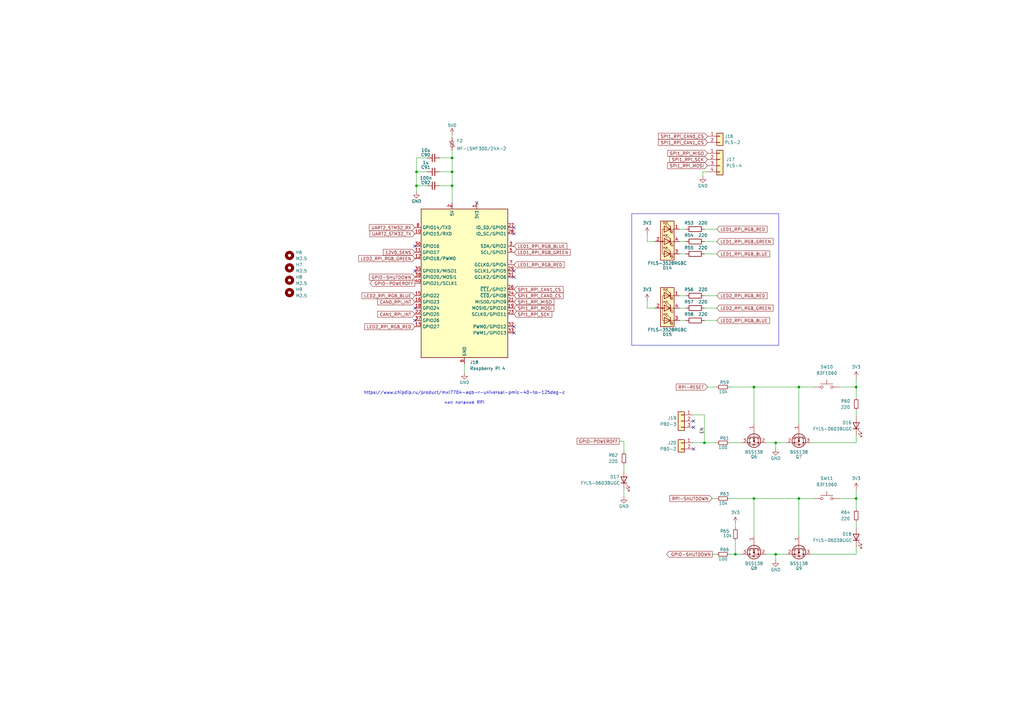
<source format=kicad_sch>
(kicad_sch (version 20231120) (generator "eeschema") (generator_version "8.0")
  (paper "A3")
  (lib_symbols
    (symbol "Connector:Raspberry_Pi_2_3"
      (property "Reference" "J" (at -17.78 31.75 0))
      (property "Value" "Raspberry_Pi_2_3" (at 10.16 -31.75 0))
      (symbol "Raspberry_Pi_2_3_0_1"
        (rectangle (start -17.78 30.48) (end 17.78 -30.48) (stroke (width 0.254)) (fill (type background)))
      )
      (symbol "Raspberry_Pi_2_3_1_1"
        (pin power_in line (at 5.08 33.02 270) (length 2.54) (name "3V3") (number "1"))
        (pin bidirectional line (at -20.32 20.32 0) (length 2.54) (name "GPIO15/RXD") (number "10"))
        (pin bidirectional line (at -20.32 12.7 0) (length 2.54) (name "GPIO17") (number "11"))
        (pin bidirectional line (at -20.32 10.16 0) (length 2.54) (name "GPIO18/PWM0") (number "12"))
        (pin bidirectional line (at -20.32 -17.78 0) (length 2.54) (name "GPIO27") (number "13"))
        (pin passive line (at 0 -33.02 90) (length 2.54) hide (name "GND") (number "14"))
        (pin bidirectional line (at -20.32 -5.08 0) (length 2.54) (name "GPIO22") (number "15"))
        (pin bidirectional line (at -20.32 -7.62 0) (length 2.54) (name "GPIO23") (number "16"))
        (pin passive line (at 5.08 33.02 270) (length 2.54) hide (name "3V3") (number "17"))
        (pin bidirectional line (at -20.32 -10.16 0) (length 2.54) (name "GPIO24") (number "18"))
        (pin bidirectional line (at 20.32 -10.16 180) (length 2.54) (name "MOSI0/GPIO10") (number "19"))
        (pin power_in line (at -5.08 33.02 270) (length 2.54) (name "5V") (number "2"))
        (pin passive line (at 0 -33.02 90) (length 2.54) hide (name "GND") (number "20"))
        (pin bidirectional line (at 20.32 -7.62 180) (length 2.54) (name "MISO0/GPIO9") (number "21"))
        (pin bidirectional line (at -20.32 -12.7 0) (length 2.54) (name "GPIO25") (number "22"))
        (pin bidirectional line (at 20.32 -12.7 180) (length 2.54) (name "SCLK0/GPIO11") (number "23"))
        (pin bidirectional line (at 20.32 -5.08 180) (length 2.54) (name "~{CE0}/GPIO8") (number "24"))
        (pin passive line (at 0 -33.02 90) (length 2.54) hide (name "GND") (number "25"))
        (pin bidirectional line (at 20.32 -2.54 180) (length 2.54) (name "~{CE1}/GPIO7") (number "26"))
        (pin bidirectional line (at 20.32 22.86 180) (length 2.54) (name "ID_SD/GPIO0") (number "27"))
        (pin bidirectional line (at 20.32 20.32 180) (length 2.54) (name "ID_SC/GPIO1") (number "28"))
        (pin bidirectional line (at 20.32 5.08 180) (length 2.54) (name "GCLK1/GPIO5") (number "29"))
        (pin bidirectional line (at 20.32 15.24 180) (length 2.54) (name "SDA/GPIO2") (number "3"))
        (pin passive line (at 0 -33.02 90) (length 2.54) hide (name "GND") (number "30"))
        (pin bidirectional line (at 20.32 2.54 180) (length 2.54) (name "GCLK2/GPIO6") (number "31"))
        (pin bidirectional line (at 20.32 -17.78 180) (length 2.54) (name "PWM0/GPIO12") (number "32"))
        (pin bidirectional line (at 20.32 -20.32 180) (length 2.54) (name "PWM1/GPIO13") (number "33"))
        (pin passive line (at 0 -33.02 90) (length 2.54) hide (name "GND") (number "34"))
        (pin bidirectional line (at -20.32 5.08 0) (length 2.54) (name "GPIO19/MISO1") (number "35"))
        (pin bidirectional line (at -20.32 15.24 0) (length 2.54) (name "GPIO16") (number "36"))
        (pin bidirectional line (at -20.32 -15.24 0) (length 2.54) (name "GPIO26") (number "37"))
        (pin bidirectional line (at -20.32 2.54 0) (length 2.54) (name "GPIO20/MOSI1") (number "38"))
        (pin passive line (at 0 -33.02 90) (length 2.54) hide (name "GND") (number "39"))
        (pin passive line (at -5.08 33.02 270) (length 2.54) hide (name "5V") (number "4"))
        (pin bidirectional line (at -20.32 0 0) (length 2.54) (name "GPIO21/SCLK1") (number "40"))
        (pin bidirectional line (at 20.32 12.7 180) (length 2.54) (name "SCL/GPIO3") (number "5"))
        (pin power_in line (at 0 -33.02 90) (length 2.54) (name "GND") (number "6"))
        (pin bidirectional line (at 20.32 7.62 180) (length 2.54) (name "GCLK0/GPIO4") (number "7"))
        (pin bidirectional line (at -20.32 22.86 0) (length 2.54) (name "GPIO14/TXD") (number "8"))
        (pin passive line (at 0 -33.02 90) (length 2.54) hide (name "GND") (number "9"))
      )
    )
    (symbol "Connector_Generic:Conn_01x02" (pin_names (offset 1.016) hide)
      (property "Reference" "J" (at 0 2.54 0))
      (property "Value" "Conn_01x02" (at 0 -5.08 0))
      (symbol "Conn_01x02_1_1"
        (rectangle (start -1.27 -2.413) (end 0 -2.667) (stroke (width 0.1524)))
        (rectangle (start -1.27 0.127) (end 0 -0.127) (stroke (width 0.1524)))
        (rectangle (start -1.27 1.27) (end 1.27 -3.81) (stroke (width 0.254)) (fill (type background)))
        (pin passive line (at -5.08 0 0) (length 3.81) (name "Pin_1") (number "1"))
        (pin passive line (at -5.08 -2.54 0) (length 3.81) (name "Pin_2") (number "2"))
      )
    )
    (symbol "Connector_Generic:Conn_01x03" (pin_names (offset 1.016) hide)
      (property "Reference" "J" (at 0 5.08 0))
      (property "Value" "Conn_01x03" (at 0 -5.08 0))
      (symbol "Conn_01x03_1_1"
        (rectangle (start -1.27 -2.413) (end 0 -2.667) (stroke (width 0.1524)))
        (rectangle (start -1.27 0.127) (end 0 -0.127) (stroke (width 0.1524)))
        (rectangle (start -1.27 2.667) (end 0 2.413) (stroke (width 0.1524)))
        (rectangle (start -1.27 3.81) (end 1.27 -3.81) (stroke (width 0.254)) (fill (type background)))
        (pin passive line (at -5.08 2.54 0) (length 3.81) (name "Pin_1") (number "1"))
        (pin passive line (at -5.08 0 0) (length 3.81) (name "Pin_2") (number "2"))
        (pin passive line (at -5.08 -2.54 0) (length 3.81) (name "Pin_3") (number "3"))
      )
    )
    (symbol "Connector_Generic:Conn_01x04" (pin_names (offset 1.016) hide)
      (property "Reference" "J" (at 0 5.08 0))
      (property "Value" "Conn_01x04" (at 0 -7.62 0))
      (symbol "Conn_01x04_1_1"
        (rectangle (start -1.27 -4.953) (end 0 -5.207) (stroke (width 0.1524)))
        (rectangle (start -1.27 -2.413) (end 0 -2.667) (stroke (width 0.1524)))
        (rectangle (start -1.27 0.127) (end 0 -0.127) (stroke (width 0.1524)))
        (rectangle (start -1.27 2.667) (end 0 2.413) (stroke (width 0.1524)))
        (rectangle (start -1.27 3.81) (end 1.27 -6.35) (stroke (width 0.254)) (fill (type background)))
        (pin passive line (at -5.08 2.54 0) (length 3.81) (name "Pin_1") (number "1"))
        (pin passive line (at -5.08 0 0) (length 3.81) (name "Pin_2") (number "2"))
        (pin passive line (at -5.08 -2.54 0) (length 3.81) (name "Pin_3") (number "3"))
        (pin passive line (at -5.08 -5.08 0) (length 3.81) (name "Pin_4") (number "4"))
      )
    )
    (symbol "Device:C_Small" (pin_numbers hide) (pin_names (offset 0.254) hide)
      (property "Reference" "C" (at 0.254 1.778 0))
      (property "Value" "C_Small" (at 0.254 -2.032 0))
      (symbol "C_Small_0_1"
        (polyline (pts (xy -1.524 -0.508) (xy 1.524 -0.508)) (stroke (width 0.3302)))
        (polyline (pts (xy -1.524 0.508) (xy 1.524 0.508)) (stroke (width 0.3048)))
      )
      (symbol "C_Small_1_1"
        (pin passive line (at 0 2.54 270) (length 2.032) (name "~") (number "1"))
        (pin passive line (at 0 -2.54 90) (length 2.032) (name "~") (number "2"))
      )
    )
    (symbol "Device:LED" (pin_numbers hide) (pin_names (offset 1.016) hide)
      (property "Reference" "D" (at 0 2.54 0))
      (property "Value" "LED" (at 0 -2.54 0))
      (symbol "LED_0_1"
        (polyline (pts (xy -1.27 -1.27) (xy -1.27 1.27)) (stroke (width 0.254)))
        (polyline (pts (xy -1.27 0) (xy 1.27 0)))
        (polyline (pts (xy 1.27 -1.27) (xy 1.27 1.27) (xy -1.27 0) (xy 1.27 -1.27)) (stroke (width 0.254)))
        (polyline (pts (xy -3.048 -0.762) (xy -4.572 -2.286) (xy -3.81 -2.286) (xy -4.572 -2.286) (xy -4.572 -1.524)))
        (polyline (pts (xy -1.778 -0.762) (xy -3.302 -2.286) (xy -2.54 -2.286) (xy -3.302 -2.286) (xy -3.302 -1.524)))
      )
      (symbol "LED_1_1"
        (pin passive line (at -3.81 0 0) (length 2.54) (name "K") (number "1"))
        (pin passive line (at 3.81 0 180) (length 2.54) (name "A") (number "2"))
      )
    )
    (symbol "Device:LED_RGBA" (pin_names (offset 0) hide)
      (property "Reference" "D1" (at 0 -10.795 0))
      (property "Value" "LED_RGBA" (at 0 -8.89 0))
      (symbol "LED_RGBA_0_0"
        (text "B" (at -1.905 -6.35 0) (effects (font (size 1.27 1.27))))
        (text "G" (at -1.905 -1.27 0) (effects (font (size 1.27 1.27))))
        (text "R" (at -1.905 3.81 0) (effects (font (size 1.27 1.27))))
      )
      (symbol "LED_RGBA_0_1"
        (polyline (pts (xy -1.27 -5.08) (xy -2.54 -5.08)))
        (polyline (pts (xy -1.27 -5.08) (xy 1.27 -5.08)))
        (polyline (pts (xy -1.27 -3.81) (xy -1.27 -6.35)) (stroke (width 0.254)))
        (polyline (pts (xy -1.27 0) (xy -2.54 0)))
        (polyline (pts (xy -1.27 1.27) (xy -1.27 -1.27)) (stroke (width 0.254)))
        (polyline (pts (xy -1.27 5.08) (xy -2.54 5.08)))
        (polyline (pts (xy -1.27 5.08) (xy 1.27 5.08)))
        (polyline (pts (xy -1.27 6.35) (xy -1.27 3.81)) (stroke (width 0.254)))
        (polyline (pts (xy 1.27 0) (xy -1.27 0)))
        (polyline (pts (xy 1.27 0) (xy 2.54 0)))
        (polyline (pts (xy -1.27 1.27) (xy -1.27 -1.27) (xy -1.27 -1.27)))
        (polyline (pts (xy -1.27 6.35) (xy -1.27 3.81) (xy -1.27 3.81)))
        (polyline (pts (xy 1.27 -5.08) (xy 2.032 -5.08) (xy 2.032 5.08) (xy 1.27 5.08)))
        (polyline (pts (xy 1.27 -3.81) (xy 1.27 -6.35) (xy -1.27 -5.08) (xy 1.27 -3.81)) (stroke (width 0.254)))
        (polyline (pts (xy 1.27 1.27) (xy 1.27 -1.27) (xy -1.27 0) (xy 1.27 1.27)) (stroke (width 0.254)))
        (polyline (pts (xy 1.27 6.35) (xy 1.27 3.81) (xy -1.27 5.08) (xy 1.27 6.35)) (stroke (width 0.254)))
        (polyline (pts (xy -1.016 -3.81) (xy 0.508 -2.286) (xy -0.254 -2.286) (xy 0.508 -2.286) (xy 0.508 -3.048)))
        (polyline (pts (xy -1.016 1.27) (xy 0.508 2.794) (xy -0.254 2.794) (xy 0.508 2.794) (xy 0.508 2.032)))
        (polyline (pts (xy -1.016 6.35) (xy 0.508 7.874) (xy -0.254 7.874) (xy 0.508 7.874) (xy 0.508 7.112)))
        (polyline (pts (xy 0 -3.81) (xy 1.524 -2.286) (xy 0.762 -2.286) (xy 1.524 -2.286) (xy 1.524 -3.048)))
        (polyline (pts (xy 0 1.27) (xy 1.524 2.794) (xy 0.762 2.794) (xy 1.524 2.794) (xy 1.524 2.032)))
        (polyline (pts (xy 0 6.35) (xy 1.524 7.874) (xy 0.762 7.874) (xy 1.524 7.874) (xy 1.524 7.112)))
        (rectangle (start 1.27 -1.27) (end 1.27 1.27))
        (rectangle (start 1.27 1.27) (end 1.27 1.27))
        (rectangle (start 1.27 3.81) (end 1.27 6.35))
        (rectangle (start 1.27 6.35) (end 1.27 6.35))
        (circle (center 2.032 0) (radius 0.254) (fill (type outline)))
        (rectangle (start 2.794 8.382) (end -2.794 -7.62) (stroke (width 0.254)) (fill (type background)))
      )
      (symbol "LED_RGBA_1_1"
        (pin passive line (at -5.08 5.08 0) (length 2.54) (name "RK") (number "1"))
        (pin passive line (at 5.08 0 180) (length 2.54) (name "A") (number "2"))
        (pin passive line (at -5.08 -5.08 0) (length 2.54) (name "BK") (number "3"))
        (pin passive line (at -5.08 0 0) (length 2.54) (name "GK") (number "4"))
      )
    )
    (symbol "Device:Polyfuse_Small" (pin_numbers hide) (pin_names (offset 0))
      (property "Reference" "F" (at -1.905 0 90))
      (property "Value" "Polyfuse_Small" (at 1.905 0 90))
      (symbol "Polyfuse_Small_0_1"
        (rectangle (start -0.508 1.27) (end 0.508 -1.27))
        (polyline (pts (xy 0 2.54) (xy 0 -2.54)))
        (polyline (pts (xy -1.016 1.27) (xy -1.016 0.762) (xy 1.016 -0.762) (xy 1.016 -1.27)))
      )
      (symbol "Polyfuse_Small_1_1"
        (pin passive line (at 0 2.54 270) (length 0.635) (name "~") (number "1"))
        (pin passive line (at 0 -2.54 90) (length 0.635) (name "~") (number "2"))
      )
    )
    (symbol "Device:R" (pin_numbers hide) (pin_names (offset 0))
      (property "Reference" "R" (at 2.032 0 90))
      (property "Value" "R" (at 0 0 90))
      (symbol "R_0_1"
        (rectangle (start -1.016 -2.54) (end 1.016 2.54) (stroke (width 0.254)))
      )
      (symbol "R_1_1"
        (pin passive line (at 0 3.81 270) (length 1.27) (name "~") (number "1"))
        (pin passive line (at 0 -3.81 90) (length 1.27) (name "~") (number "2"))
      )
    )
    (symbol "Device:R_Small" (pin_numbers hide) (pin_names (offset 0.254) hide)
      (property "Reference" "R" (at 0.762 0.508 0))
      (property "Value" "R_Small" (at 0.762 -1.016 0))
      (symbol "R_Small_0_1"
        (rectangle (start -0.762 1.778) (end 0.762 -1.778) (stroke (width 0.2032)))
      )
      (symbol "R_Small_1_1"
        (pin passive line (at 0 2.54 270) (length 0.762) (name "~") (number "1"))
        (pin passive line (at 0 -2.54 90) (length 0.762) (name "~") (number "2"))
      )
    )
    (symbol "LED_RGBA_1" (pin_names (offset 0) hide)
      (property "Reference" "D8" (at 0 -10.795 0))
      (property "Value" "LED_RGBA" (at 0 -8.89 0))
      (symbol "LED_RGBA_1_0_0"
        (text "B" (at -1.905 -6.35 0) (effects (font (size 1.27 1.27))))
        (text "G" (at -1.905 -1.27 0) (effects (font (size 1.27 1.27))))
        (text "R" (at -1.905 3.81 0) (effects (font (size 1.27 1.27))))
      )
      (symbol "LED_RGBA_1_0_1"
        (polyline (pts (xy -1.27 -5.08) (xy -2.54 -5.08)))
        (polyline (pts (xy -1.27 -5.08) (xy 1.27 -5.08)))
        (polyline (pts (xy -1.27 -3.81) (xy -1.27 -6.35)) (stroke (width 0.254)))
        (polyline (pts (xy -1.27 0) (xy -2.54 0)))
        (polyline (pts (xy -1.27 1.27) (xy -1.27 -1.27)) (stroke (width 0.254)))
        (polyline (pts (xy -1.27 5.08) (xy -2.54 5.08)))
        (polyline (pts (xy -1.27 5.08) (xy 1.27 5.08)))
        (polyline (pts (xy -1.27 6.35) (xy -1.27 3.81)) (stroke (width 0.254)))
        (polyline (pts (xy 1.27 0) (xy -1.27 0)))
        (polyline (pts (xy 1.27 0) (xy 2.54 0)))
        (polyline (pts (xy -1.27 1.27) (xy -1.27 -1.27) (xy -1.27 -1.27)))
        (polyline (pts (xy -1.27 6.35) (xy -1.27 3.81) (xy -1.27 3.81)))
        (polyline (pts (xy 1.27 -5.08) (xy 2.032 -5.08) (xy 2.032 5.08) (xy 1.27 5.08)))
        (polyline (pts (xy 1.27 -3.81) (xy 1.27 -6.35) (xy -1.27 -5.08) (xy 1.27 -3.81)) (stroke (width 0.254)))
        (polyline (pts (xy 1.27 1.27) (xy 1.27 -1.27) (xy -1.27 0) (xy 1.27 1.27)) (stroke (width 0.254)))
        (polyline (pts (xy 1.27 6.35) (xy 1.27 3.81) (xy -1.27 5.08) (xy 1.27 6.35)) (stroke (width 0.254)))
        (polyline (pts (xy -1.016 -3.81) (xy 0.508 -2.286) (xy -0.254 -2.286) (xy 0.508 -2.286) (xy 0.508 -3.048)))
        (polyline (pts (xy -1.016 1.27) (xy 0.508 2.794) (xy -0.254 2.794) (xy 0.508 2.794) (xy 0.508 2.032)))
        (polyline (pts (xy -1.016 6.35) (xy 0.508 7.874) (xy -0.254 7.874) (xy 0.508 7.874) (xy 0.508 7.112)))
        (polyline (pts (xy 0 -3.81) (xy 1.524 -2.286) (xy 0.762 -2.286) (xy 1.524 -2.286) (xy 1.524 -3.048)))
        (polyline (pts (xy 0 1.27) (xy 1.524 2.794) (xy 0.762 2.794) (xy 1.524 2.794) (xy 1.524 2.032)))
        (polyline (pts (xy 0 6.35) (xy 1.524 7.874) (xy 0.762 7.874) (xy 1.524 7.874) (xy 1.524 7.112)))
        (rectangle (start 1.27 -1.27) (end 1.27 1.27))
        (rectangle (start 1.27 1.27) (end 1.27 1.27))
        (rectangle (start 1.27 3.81) (end 1.27 6.35))
        (rectangle (start 1.27 6.35) (end 1.27 6.35))
        (circle (center 2.032 0) (radius 0.254) (fill (type outline)))
        (rectangle (start 2.794 8.382) (end -2.794 -7.62) (stroke (width 0.254)) (fill (type background)))
      )
      (symbol "LED_RGBA_1_1_1"
        (pin passive line (at -5.08 5.08 0) (length 2.54) (name "RK") (number "1"))
        (pin passive line (at 5.08 0 180) (length 2.54) (name "A") (number "2"))
        (pin passive line (at -5.08 -5.08 0) (length 2.54) (name "BK") (number "3"))
        (pin passive line (at -5.08 0 0) (length 2.54) (name "GK") (number "4"))
      )
    )
    (symbol "Mechanical:MountingHole" (pin_names (offset 1.016)) (exclude_from_sim yes) (in_bom no)
      (property "Reference" "H" (at 0 5.08 0))
      (property "Value" "MountingHole" (at 0 3.175 0))
      (symbol "MountingHole_0_1"
        (circle (center 0 0) (radius 1.27) (stroke (width 1.27)))
      )
    )
    (symbol "Switch:SW_Push" (pin_numbers hide) (pin_names (offset 1.016) hide)
      (property "Reference" "SW" (at 1.27 2.54 0))
      (property "Value" "SW_Push" (at 0 -1.524 0))
      (symbol "SW_Push_0_1"
        (circle (center -2.032 0) (radius 0.508))
        (polyline (pts (xy 0 1.27) (xy 0 3.048)))
        (polyline (pts (xy 2.54 1.27) (xy -2.54 1.27)))
        (circle (center 2.032 0) (radius 0.508))
        (pin passive line (at -5.08 0 0) (length 2.54) (name "1") (number "1"))
        (pin passive line (at 5.08 0 180) (length 2.54) (name "2") (number "2"))
      )
    )
    (symbol "Transistor_FET:BSS138" (pin_names hide)
      (property "Reference" "Q" (at 5.08 1.905 0))
      (property "Value" "BSS138" (at 5.08 0 0))
      (symbol "BSS138_0_1"
        (polyline (pts (xy 0.254 0) (xy -2.54 0)))
        (polyline (pts (xy 0.254 1.905) (xy 0.254 -1.905)) (stroke (width 0.254)))
        (polyline (pts (xy 0.762 -1.27) (xy 0.762 -2.286)) (stroke (width 0.254)))
        (polyline (pts (xy 0.762 0.508) (xy 0.762 -0.508)) (stroke (width 0.254)))
        (polyline (pts (xy 0.762 2.286) (xy 0.762 1.27)) (stroke (width 0.254)))
        (polyline (pts (xy 2.54 2.54) (xy 2.54 1.778)))
        (polyline (pts (xy 2.54 -2.54) (xy 2.54 0) (xy 0.762 0)))
        (polyline (pts (xy 0.762 -1.778) (xy 3.302 -1.778) (xy 3.302 1.778) (xy 0.762 1.778)))
        (polyline (pts (xy 1.016 0) (xy 2.032 0.381) (xy 2.032 -0.381) (xy 1.016 0)) (fill (type outline)))
        (polyline (pts (xy 2.794 0.508) (xy 2.921 0.381) (xy 3.683 0.381) (xy 3.81 0.254)))
        (polyline (pts (xy 3.302 0.381) (xy 2.921 -0.254) (xy 3.683 -0.254) (xy 3.302 0.381)))
        (circle (center 1.651 0) (radius 2.794) (stroke (width 0.254)))
        (circle (center 2.54 -1.778) (radius 0.254) (fill (type outline)))
        (circle (center 2.54 1.778) (radius 0.254) (fill (type outline)))
      )
      (symbol "BSS138_1_1"
        (pin input line (at -5.08 0 0) (length 2.54) (name "G") (number "1"))
        (pin passive line (at 2.54 -5.08 90) (length 2.54) (name "S") (number "2"))
        (pin passive line (at 2.54 5.08 270) (length 2.54) (name "D") (number "3"))
      )
    )
    (symbol "power:+5V" (power) (pin_numbers hide) (pin_names (offset 0) hide)
      (property "Value" "+5V" (at 0 3.556 0))
      (symbol "+5V_0_1"
        (polyline (pts (xy -0.762 1.27) (xy 0 2.54)))
        (polyline (pts (xy 0 0) (xy 0 2.54)))
        (polyline (pts (xy 0 2.54) (xy 0.762 1.27)))
      )
      (symbol "+5V_1_1"
        (pin power_in line (at 0 0 90) (length 0) (name "~") (number "1"))
      )
    )
    (symbol "power:GND" (power) (pin_numbers hide) (pin_names (offset 0) hide)
      (property "Value" "GND" (at 0 -3.81 0))
      (symbol "GND_0_1"
        (polyline (pts (xy 0 0) (xy 0 -1.27) (xy 1.27 -1.27) (xy 0 -2.54) (xy -1.27 -1.27) (xy 0 -1.27)))
      )
      (symbol "GND_1_1"
        (pin power_in line (at 0 0 270) (length 0) (name "~") (number "1"))
      )
    )
  )
  (junction (at 288.925 181.61))
  (junction (at 309.245 204.47))
  (junction (at 351.155 204.47))
  (junction (at 318.135 181.61))
  (junction (at 327.66 204.47))
  (junction (at 318.135 227.33))
  (junction (at 351.155 158.75))
  (junction (at 170.815 70.485))
  (junction (at 301.625 227.33))
  (junction (at 170.815 76.2))
  (junction (at 327.66 158.75))
  (junction (at 309.245 158.75))
  (junction (at 185.42 64.77))
  (junction (at 185.42 76.2))
  (junction (at 185.42 70.485))
  (no_connect (at 284.48 184.15))
  (no_connect (at 170.18 126.365))
  (no_connect (at 195.58 83.185))
  (no_connect (at 210.82 111.125))
  (no_connect (at 170.18 100.965))
  (no_connect (at 284.48 172.72))
  (no_connect (at 210.82 133.985))
  (no_connect (at 170.18 131.445))
  (no_connect (at 284.48 175.26))
  (no_connect (at 210.82 95.885))
  (no_connect (at 210.82 113.665))
  (no_connect (at 210.82 136.525))
  (no_connect (at 170.18 111.125))
  (no_connect (at 210.82 93.345))
  (wire (pts (xy 288.925 99.06) (xy 294.005 99.06)))
  (wire (pts (xy 351.155 154.94) (xy 351.155 158.75)))
  (wire (pts (xy 351.155 158.75) (xy 351.155 163.195)))
  (wire (pts (xy 185.42 61.595) (xy 185.42 64.77)))
  (wire (pts (xy 351.155 227.33) (xy 332.74 227.33)))
  (wire (pts (xy 301.625 227.33) (xy 304.165 227.33)))
  (wire (pts (xy 180.34 70.485) (xy 185.42 70.485)))
  (wire (pts (xy 351.155 181.61) (xy 332.74 181.61)))
  (wire (pts (xy 288.925 121.285) (xy 294.005 121.285)))
  (wire (pts (xy 351.155 204.47) (xy 351.155 208.915)))
  (wire (pts (xy 351.155 213.995) (xy 351.155 216.535)))
  (wire (pts (xy 265.43 99.06) (xy 265.43 95.885)))
  (wire (pts (xy 318.135 227.33) (xy 318.135 229.87)))
  (wire (pts (xy 288.925 170.18) (xy 288.925 181.61)))
  (wire (pts (xy 265.43 126.365) (xy 265.43 123.19)))
  (wire (pts (xy 309.245 158.75) (xy 309.245 173.99)))
  (wire (pts (xy 309.245 204.47) (xy 327.66 204.47)))
  (wire (pts (xy 318.135 181.61) (xy 314.325 181.61)))
  (wire (pts (xy 351.155 200.66) (xy 351.155 204.47)))
  (wire (pts (xy 288.925 93.98) (xy 294.005 93.98)))
  (wire (pts (xy 299.085 227.33) (xy 301.625 227.33)))
  (wire (pts (xy 327.66 158.75) (xy 327.66 173.99)))
  (wire (pts (xy 288.925 181.61) (xy 294.005 181.61)))
  (wire (pts (xy 185.42 76.2) (xy 185.42 83.185)))
  (wire (pts (xy 309.245 204.47) (xy 309.245 219.71)))
  (wire (pts (xy 301.625 214.63) (xy 301.625 216.535)))
  (wire (pts (xy 292.1 227.33) (xy 294.005 227.33)))
  (wire (pts (xy 255.905 200.66) (xy 255.905 203.835)))
  (wire (pts (xy 318.135 227.33) (xy 314.325 227.33)))
  (wire (pts (xy 288.925 104.14) (xy 294.005 104.14)))
  (wire (pts (xy 255.905 190.5) (xy 255.905 193.04)))
  (wire (pts (xy 318.135 227.33) (xy 322.58 227.33)))
  (wire (pts (xy 278.765 93.98) (xy 281.305 93.98)))
  (wire (pts (xy 278.765 131.445) (xy 281.305 131.445)))
  (wire (pts (xy 299.085 204.47) (xy 309.245 204.47)))
  (wire (pts (xy 180.34 64.77) (xy 185.42 64.77)))
  (wire (pts (xy 351.155 168.275) (xy 351.155 170.815)))
  (wire (pts (xy 278.765 104.14) (xy 281.305 104.14)))
  (wire (pts (xy 278.765 121.285) (xy 281.305 121.285)))
  (wire (pts (xy 170.815 70.485) (xy 170.815 76.2)))
  (wire (pts (xy 265.43 126.365) (xy 268.605 126.365)))
  (wire (pts (xy 327.66 204.47) (xy 327.66 219.71)))
  (wire (pts (xy 309.245 158.75) (xy 327.66 158.75)))
  (wire (pts (xy 288.925 131.445) (xy 294.005 131.445)))
  (wire (pts (xy 278.765 99.06) (xy 281.305 99.06)))
  (wire (pts (xy 185.42 70.485) (xy 185.42 76.2)))
  (wire (pts (xy 288.925 126.365) (xy 294.005 126.365)))
  (wire (pts (xy 185.42 55.245) (xy 185.42 56.515)))
  (wire (pts (xy 318.135 181.61) (xy 318.135 184.15)))
  (wire (pts (xy 170.815 76.2) (xy 175.26 76.2)))
  (wire (pts (xy 170.815 76.2) (xy 170.815 78.74)))
  (wire (pts (xy 170.815 70.485) (xy 175.26 70.485)))
  (wire (pts (xy 190.5 149.225) (xy 190.5 153.035)))
  (wire (pts (xy 175.26 64.77) (xy 170.815 64.77)))
  (wire (pts (xy 288.29 72.39) (xy 288.29 70.485)))
  (wire (pts (xy 180.34 76.2) (xy 185.42 76.2)))
  (wire (pts (xy 318.135 181.61) (xy 322.58 181.61)))
  (wire (pts (xy 351.155 178.435) (xy 351.155 181.61)))
  (wire (pts (xy 254 180.975) (xy 255.905 180.975)))
  (wire (pts (xy 299.085 158.75) (xy 309.245 158.75)))
  (wire (pts (xy 344.17 204.47) (xy 351.155 204.47)))
  (wire (pts (xy 327.66 204.47) (xy 334.01 204.47)))
  (wire (pts (xy 290.195 158.75) (xy 294.005 158.75)))
  (wire (pts (xy 299.085 181.61) (xy 304.165 181.61)))
  (wire (pts (xy 327.66 158.75) (xy 334.01 158.75)))
  (wire (pts (xy 288.925 170.18) (xy 284.48 170.18)))
  (wire (pts (xy 284.48 181.61) (xy 288.925 181.61)))
  (wire (pts (xy 301.625 221.615) (xy 301.625 227.33)))
  (wire (pts (xy 255.905 180.975) (xy 255.905 185.42)))
  (wire (pts (xy 185.42 64.77) (xy 185.42 70.485)))
  (wire (pts (xy 351.155 224.155) (xy 351.155 227.33)))
  (wire (pts (xy 278.765 126.365) (xy 281.305 126.365)))
  (wire (pts (xy 292.1 204.47) (xy 294.005 204.47)))
  (wire (pts (xy 170.815 64.77) (xy 170.815 70.485)))
  (wire (pts (xy 265.43 99.06) (xy 268.605 99.06)))
  (wire (pts (xy 288.29 70.485) (xy 290.195 70.485)))
  (wire (pts (xy 344.17 158.75) (xy 351.155 158.75)))
  (rectangle (start 259.08 87.63) (end 319.405 141.605))
  (text "https://www.chipdip.ru/product/mxl7704-aqb-r-universal-pmic-40-to-125deg-c\n\nчип питания RPi" (at 190.5 163.195 0) (effects (font (size 1.27 1.27))))
  (label "EN" (at 288.925 175.26 270))
  (global_label "LED1_RPI_RGB_RED" (shape input) (at 210.82 108.585 0) (property "Intersheetrefs" "${INTERSHEET_REFS}" (at 232.0084 108.585 0) (effects (justify left))))
  (global_label "LED1_RPI_RGB_BLUE" (shape input) (at 294.005 104.14 0) (property "Intersheetrefs" "${INTERSHEET_REFS}" (at 316.282 104.14 0) (effects (justify left))))
  (global_label "LED1_RPI_RGB_GREEN" (shape input) (at 210.82 103.505 0) (property "Intersheetrefs" "${INTERSHEET_REFS}" (at 234.4879 103.505 0) (effects (justify left))))
  (global_label "LED2_RPI_RGB_BLUE" (shape input) (at 294.005 131.445 0) (property "Intersheetrefs" "${INTERSHEET_REFS}" (at 316.282 131.445 0) (effects (justify left))))
  (global_label "UART2_STM32_TX" (shape input) (at 170.18 95.885 180) (property "Intersheetrefs" "${INTERSHEET_REFS}" (at 151.1688 95.885 0) (effects (justify right))))
  (global_label "LED2_RPI_RGB_GREEN" (shape input) (at 294.005 126.365 0) (property "Intersheetrefs" "${INTERSHEET_REFS}" (at 317.6729 126.365 0) (effects (justify left))))
  (global_label "LED2_RPI_RGB_BLUE" (shape input) (at 170.18 121.285 180) (property "Intersheetrefs" "${INTERSHEET_REFS}" (at 147.903 121.285 0) (effects (justify right))))
  (global_label "GPIO-SHUTDOWN" (shape input) (at 170.18 113.665 180) (property "Intersheetrefs" "${INTERSHEET_REFS}" (at 150.9266 113.665 0) (effects (justify right))))
  (global_label "LED1_RPI_RGB_GREEN" (shape input) (at 294.005 99.06 0) (property "Intersheetrefs" "${INTERSHEET_REFS}" (at 317.6729 99.06 0) (effects (justify left))))
  (global_label "LED1_RPI_RGB_BLUE" (shape input) (at 210.82 100.965 0) (property "Intersheetrefs" "${INTERSHEET_REFS}" (at 233.097 100.965 0) (effects (justify left))))
  (global_label "RPi-RESET" (shape input) (at 290.195 158.75 180) (property "Intersheetrefs" "${INTERSHEET_REFS}" (at 276.7475 158.75 0) (effects (justify right))))
  (global_label "SPI1_RPi_MOSI" (shape input) (at 290.195 67.945 180) (property "Intersheetrefs" "${INTERSHEET_REFS}" (at 273.2398 67.945 0) (effects (justify right))))
  (global_label "SPI1_RPi_CAN0_CS" (shape input) (at 290.195 55.88 180) (property "Intersheetrefs" "${INTERSHEET_REFS}" (at 269.4903 55.88 0) (effects (justify right))))
  (global_label "SPI1_RPi_MOSI" (shape input) (at 210.82 126.365 0) (property "Intersheetrefs" "${INTERSHEET_REFS}" (at 227.7752 126.365 0) (effects (justify left))))
  (global_label "SPI1_RPi_CAN0_CS" (shape input) (at 210.82 121.285 0) (property "Intersheetrefs" "${INTERSHEET_REFS}" (at 231.5247 121.285 0) (effects (justify left))))
  (global_label "LED1_RPI_RGB_RED" (shape input) (at 294.005 93.98 0) (property "Intersheetrefs" "${INTERSHEET_REFS}" (at 315.1934 93.98 0) (effects (justify left))))
  (global_label "SPI1_RPi_CAN1_CS" (shape input) (at 290.195 58.42 180) (property "Intersheetrefs" "${INTERSHEET_REFS}" (at 269.4903 58.42 0) (effects (justify right))))
  (global_label "SPI1_RPi_MISO" (shape input) (at 210.82 123.825 0) (property "Intersheetrefs" "${INTERSHEET_REFS}" (at 227.7752 123.825 0) (effects (justify left))))
  (global_label "LED2_RPI_RGB_GREEN" (shape input) (at 170.18 106.045 180) (property "Intersheetrefs" "${INTERSHEET_REFS}" (at 146.5121 106.045 0) (effects (justify right))))
  (global_label "RPi-SHUTDOWN" (shape input) (at 292.1 204.47 180) (property "Intersheetrefs" "${INTERSHEET_REFS}" (at 274.1771 204.47 0) (effects (justify right))))
  (global_label "SPI1_RPi_SCK" (shape input) (at 210.82 128.905 0) (property "Intersheetrefs" "${INTERSHEET_REFS}" (at 226.9285 128.905 0) (effects (justify left))))
  (global_label "LED2_RPI_RGB_RED" (shape input) (at 294.005 121.285 0) (property "Intersheetrefs" "${INTERSHEET_REFS}" (at 315.1934 121.285 0) (effects (justify left))))
  (global_label "GPIO-SHUTDOWN" (shape output) (at 292.1 227.33 180) (property "Intersheetrefs" "${INTERSHEET_REFS}" (at 272.8466 227.33 0) (effects (justify right))))
  (global_label "SPI1_RPi_CAN1_CS" (shape input) (at 210.82 118.745 0) (property "Intersheetrefs" "${INTERSHEET_REFS}" (at 231.5247 118.745 0) (effects (justify left))))
  (global_label "UART2_STM32_RX" (shape input) (at 170.18 93.345 180) (property "Intersheetrefs" "${INTERSHEET_REFS}" (at 150.8664 93.345 0) (effects (justify right))))
  (global_label "CAN0_RPI_INT" (shape input) (at 170.18 123.825 180) (property "Intersheetrefs" "${INTERSHEET_REFS}" (at 154.3133 123.825 0) (effects (justify right))))
  (global_label "CAN1_RPI_INT" (shape input) (at 170.18 128.905 180) (property "Intersheetrefs" "${INTERSHEET_REFS}" (at 154.3133 128.905 0) (effects (justify right))))
  (global_label "GPIO-POWEROFF" (shape passive) (at 254 180.975 180) (property "Intersheetrefs" "${INTERSHEET_REFS}" (at 236.0998 180.975 0) (effects (justify right))))
  (global_label "12V0_SENS" (shape input) (at 170.18 103.505 180) (property "Intersheetrefs" "${INTERSHEET_REFS}" (at 156.6116 103.505 0) (effects (justify right))))
  (global_label "LED2_RPI_RGB_RED" (shape input) (at 170.18 133.985 180) (property "Intersheetrefs" "${INTERSHEET_REFS}" (at 148.9916 133.985 0) (effects (justify right))))
  (global_label "SPI1_RPi_MISO" (shape input) (at 290.195 62.865 180) (property "Intersheetrefs" "${INTERSHEET_REFS}" (at 273.2398 62.865 0) (effects (justify right))))
  (global_label "GPIO-POWEROFF" (shape output) (at 170.18 116.205 180) (property "Intersheetrefs" "${INTERSHEET_REFS}" (at 151.1685 116.205 0) (effects (justify right))))
  (global_label "SPI1_RPi_SCK" (shape input) (at 290.195 65.405 180) (property "Intersheetrefs" "${INTERSHEET_REFS}" (at 274.0865 65.405 0) (effects (justify right))))
  (symbol (lib_id "Device:R_Small") (at 255.905 187.96 0) (unit 1)
    (property "Reference" "R62" (at 249.555 186.69 0) (effects (justify left)))
    (property "Value" "220" (at 249.555 189.2299 0) (effects (justify left)))
    (property "Footprint" "Resistor_SMD:R_0603_1608Metric" (effects (hide yes)))
    (property "Description" "Resistor, small symbol" (effects (hide yes)))
    (property "Мин. кол-во" "100" (effects (hide yes)))
    (property "Ссылка" "https://www.promelec.ru/product/46446/" (effects (hide yes)))
    (property "Цена" "1" (effects (hide yes)))
    (property "Человекопонятное название" "Толстопленочный ЧИП-резистор 0603 220Ом" (effects (hide yes)))
  )
  (symbol (lib_id "Connector_Generic:Conn_01x03") (at 279.4 172.72 0) (mirror y) (unit 1)
    (property "Reference" "J19" (at 277.495 171.45 0) (effects (justify left)))
    (property "Value" "PBD-3" (at 277.495 173.99 0) (effects (justify left)))
    (property "Footprint" "Connector_PinSocket_2.54mm:PinSocket_1x03_P2.54mm_Vertical" (effects (hide yes)))
    (property "Description" "Generic connector, single row, 01x03, script generated (kicad-library-utils/schlib/autogen/connector/)" (effects (hide yes)))
  )
  (symbol (lib_id "Device:R_Small") (at 351.155 165.735 0) (unit 1)
    (property "Reference" "R60" (at 344.805 164.465 0) (effects (justify left)))
    (property "Value" "220" (at 344.805 167.0049 0) (effects (justify left)))
    (property "Footprint" "Resistor_SMD:R_0603_1608Metric" (effects (hide yes)))
    (property "Description" "Resistor, small symbol" (effects (hide yes)))
    (property "Мин. кол-во" "100" (effects (hide yes)))
    (property "Ссылка" "https://www.promelec.ru/product/46446/" (effects (hide yes)))
    (property "Цена" "1" (effects (hide yes)))
    (property "Человекопонятное название" "Толстопленочный ЧИП-резистор 0603 220Ом" (effects (hide yes)))
  )
  (symbol (lib_id "Device:R_Small") (at 296.545 158.75 90) (mirror x) (unit 1)
    (property "Reference" "R59" (at 299.085 156.845 90) (effects (justify left)))
    (property "Value" "10k" (at 298.45 160.655 90) (effects (justify left)))
    (property "Footprint" "Resistor_SMD:R_0603_1608Metric" (effects (hide yes)))
    (property "Ссылка" "https://www.promelec.ru/product/344748/" (effects (hide yes)))
    (property "Цена" "1" (effects (hide yes)))
    (property "Человекопонятное название" "Толстопленочный ЧИП-резистор 0603 10кОм" (effects (hide yes)))
    (property "Мин. кол-во" "1000" (effects (hide yes)))
  )
  (symbol (lib_id "power:+5V") (at 185.42 55.245 0) (unit 1)
    (property "Reference" "#PWR0143" (effects (hide yes)))
    (property "Value" "5V0" (at 185.42 51.435 0))
    (property "Description" "Power symbol creates a global label with name \"+5V\"" (effects (hide yes)))
  )
  (symbol (lib_id "Mechanical:MountingHole") (at 118.745 114.935 0) (unit 1) (exclude_from_sim yes) (in_bom no)
    (property "Reference" "H8" (at 121.285 113.6649 0) (effects (justify left)))
    (property "Value" "M2.5" (at 121.285 116.2049 0) (effects (justify left)))
    (property "Footprint" "MountingHole:MountingHole_2.7mm_M2.5_Pad_Via" (effects (hide yes)))
    (property "Description" "Mounting Hole without connection" (effects (hide yes)))
  )
  (symbol (lib_id "power:GND") (at 190.5 153.035 0) (unit 1)
    (property "Reference" "#PWR0148" (effects (hide yes)))
    (property "Value" "GND" (at 190.5 156.845 0))
    (property "Description" "Power symbol creates a global label with name \"GND\" , ground" (effects (hide yes)))
  )
  (symbol (lib_id "Mechanical:MountingHole") (at 118.745 104.775 0) (unit 1) (exclude_from_sim yes) (in_bom no)
    (property "Reference" "H6" (at 121.285 103.5049 0) (effects (justify left)))
    (property "Value" "M2.5" (at 121.285 106.0449 0) (effects (justify left)))
    (property "Footprint" "MountingHole:MountingHole_2.7mm_M2.5_Pad_Via" (effects (hide yes)))
    (property "Description" "Mounting Hole without connection" (effects (hide yes)))
  )
  (symbol (lib_id "power:GND") (at 318.135 229.87 0) (unit 1)
    (property "Reference" "#PWR0154" (effects (hide yes)))
    (property "Value" "GND" (at 318.135 233.68 0))
  )
  (symbol (lib_id "power:+5V") (at 351.155 200.66 0) (unit 1)
    (property "Reference" "#PWR0151" (effects (hide yes)))
    (property "Value" "3V3" (at 351.155 196.215 0))
    (property "Description" "Power symbol creates a global label with name \"+5V\"" (effects (hide yes)))
  )
  (symbol (lib_id "Device:R_Small") (at 301.625 219.075 0) (mirror x) (unit 1)
    (property "Reference" "R65" (at 295.275 217.805 0) (effects (justify left)))
    (property "Value" "10k" (at 296.545 219.71 0) (effects (justify left)))
    (property "Footprint" "Resistor_SMD:R_0603_1608Metric" (effects (hide yes)))
    (property "Ссылка" "https://www.promelec.ru/product/344748/" (effects (hide yes)))
    (property "Цена" "1" (effects (hide yes)))
    (property "Человекопонятное название" "Толстопленочный ЧИП-резистор 0603 10кОм" (effects (hide yes)))
    (property "Мин. кол-во" "1000" (effects (hide yes)))
  )
  (symbol (lib_name "LED_RGBA_1") (lib_id "Device:LED_RGBA") (at 273.685 126.365 0) (mirror y) (unit 1)
    (property "Reference" "D15" (at 273.685 137.16 0))
    (property "Value" "FYLS-3528RGBC" (at 273.685 135.255 0))
    (property "Footprint" "user_lib:LED_RGB_promelec" (effects (hide yes)))
    (property "Description" "RGB LED, red/green/blue/anode" (effects (hide yes)))
    (property "Мин. кол-во" "2" (effects (hide yes)))
    (property "Ссылка" "https://www.promelec.ru/product/337147/" (effects (hide yes)))
    (property "Цена" "8" (effects (hide yes)))
    (property "Человекопонятное название" "Светодиод smd 3,5х2,8мм/красный/625нм/200мкд - зеленый/520нм/800мкд - синий/470нм/250мкд/прозрачный/120°" (effects (hide yes)))
  )
  (symbol (lib_id "Device:R") (at 285.115 126.365 90) (unit 1)
    (property "Reference" "R57" (at 282.575 123.825 90))
    (property "Value" "220" (at 288.29 123.825 90))
    (property "Footprint" "Resistor_SMD:R_0603_1608Metric" (effects (hide yes)))
    (property "Description" "Resistor" (effects (hide yes)))
    (property "Мин. кол-во" "100" (effects (hide yes)))
    (property "Ссылка" "https://www.promelec.ru/product/46446/" (effects (hide yes)))
    (property "Цена" "1" (effects (hide yes)))
    (property "Человекопонятное название" "Толстопленочный ЧИП-резистор 0603 220Ом" (effects (hide yes)))
  )
  (symbol (lib_id "Transistor_FET:BSS138") (at 327.66 224.79 270) (unit 1)
    (property "Reference" "Q9" (at 327.66 233.045 90))
    (property "Value" "BSS138" (at 327.66 231.14 90))
    (property "Footprint" "Package_TO_SOT_SMD:SOT-23" (effects (hide yes)))
    (property "Datasheet" "https://www.onsemi.com/pub/Collateral/BSS138-D.PDF" (effects (hide yes)))
    (property "Description" "50V Vds, 0.22A Id, N-Channel MOSFET, SOT-23" (effects (hide yes)))
    (property "Мин. кол-во" "38" (effects (hide yes)))
    (property "Ссылка" "https://www.promelec.ru/product/303635/" (effects (hide yes)))
    (property "Цена" "14" (effects (hide yes)))
    (property "Человекопонятное название" "Транзистор полевой N-канальный" (effects (hide yes)))
  )
  (symbol (lib_id "Switch:SW_Push") (at 339.09 204.47 0) (unit 1)
    (property "Reference" "SW11" (at 339.09 196.215 0))
    (property "Value" "B3F1060" (at 339.09 198.755 0))
    (property "Footprint" "Button_Switch_THT:SW_PUSH_6mm_H5mm" (effects (hide yes)))
    (property "Мин. кол-во" "1" (effects (hide yes)))
    (property "Ссылка" "https://www.promelec.ru/product/430220/" (effects (hide yes)))
    (property "Цена" "15" (effects (hide yes)))
    (property "Человекопонятное название" "Кнопка тактильная 6х6 h=7мм" (effects (hide yes)))
  )
  (symbol (lib_id "Device:C_Small") (at 177.8 70.485 90) (unit 1)
    (property "Reference" "C91" (at 174.625 68.58 90))
    (property "Value" "1u" (at 174.625 66.675 90))
    (property "Footprint" "Capacitor_SMD:C_0603_1608Metric" (effects (hide yes)))
    (property "Description" "Unpolarized capacitor, small symbol" (effects (hide yes)))
    (property "Мин. кол-во" "200" (effects (hide yes)))
    (property "Ссылка" "https://www.promelec.ru/product/334556/" (effects (hide yes)))
    (property "Цена" "1" (effects (hide yes)))
    (property "Человекопонятное название" "Керамический ЧИП-конденсатор 0603 X7R 1мкФ" (effects (hide yes)))
  )
  (symbol (lib_id "Connector_Generic:Conn_01x02") (at 295.275 55.88 0) (unit 1)
    (property "Reference" "J16" (at 297.18 55.88 0) (effects (justify left)))
    (property "Value" "PLS-2" (at 297.18 58.42 0) (effects (justify left)))
    (property "Footprint" "Connector_PinHeader_2.54mm:PinHeader_1x02_P2.54mm_Vertical" (effects (hide yes)))
    (property "Description" "Generic connector, single row, 01x02, script generated (kicad-library-utils/schlib/autogen/connector/)" (effects (hide yes)))
  )
  (symbol (lib_id "Switch:SW_Push") (at 339.09 158.75 0) (unit 1)
    (property "Reference" "SW10" (at 339.09 150.495 0))
    (property "Value" "B3F1060" (at 339.09 153.035 0))
    (property "Footprint" "Button_Switch_THT:SW_PUSH_6mm_H5mm" (effects (hide yes)))
    (property "Мин. кол-во" "1" (effects (hide yes)))
    (property "Ссылка" "https://www.promelec.ru/product/430220/" (effects (hide yes)))
    (property "Цена" "15" (effects (hide yes)))
    (property "Человекопонятное название" "Кнопка тактильная 6х6 h=7мм" (effects (hide yes)))
  )
  (symbol (lib_id "Connector_Generic:Conn_01x04") (at 295.275 65.405 0) (unit 1)
    (property "Reference" "J17" (at 297.815 65.4049 0) (effects (justify left)))
    (property "Value" "PLS-4" (at 297.815 67.9449 0) (effects (justify left)))
    (property "Footprint" "Connector_PinHeader_2.54mm:PinHeader_2x02_P2.54mm_Vertical" (effects (hide yes)))
    (property "Description" "Generic connector, single row, 01x04, script generated (kicad-library-utils/schlib/autogen/connector/)" (effects (hide yes)))
  )
  (symbol (lib_id "power:GND") (at 318.135 184.15 0) (unit 1)
    (property "Reference" "#PWR0150" (effects (hide yes)))
    (property "Value" "GND" (at 318.135 187.96 0))
  )
  (symbol (lib_id "Mechanical:MountingHole") (at 118.745 120.015 0) (unit 1) (exclude_from_sim yes) (in_bom no)
    (property "Reference" "H9" (at 121.285 118.7449 0) (effects (justify left)))
    (property "Value" "M2.5" (at 121.285 121.2849 0) (effects (justify left)))
    (property "Footprint" "MountingHole:MountingHole_2.7mm_M2.5_Pad_Via" (effects (hide yes)))
    (property "Description" "Mounting Hole without connection" (effects (hide yes)))
  )
  (symbol (lib_id "Transistor_FET:BSS138") (at 309.245 224.79 90) (mirror x) (unit 1)
    (property "Reference" "Q8" (at 309.245 233.045 90))
    (property "Value" "BSS138" (at 309.245 231.14 90))
    (property "Footprint" "Package_TO_SOT_SMD:SOT-23" (effects (hide yes)))
    (property "Datasheet" "https://www.onsemi.com/pub/Collateral/BSS138-D.PDF" (effects (hide yes)))
    (property "Description" "50V Vds, 0.22A Id, N-Channel MOSFET, SOT-23" (effects (hide yes)))
    (property "Мин. кол-во" "38" (effects (hide yes)))
    (property "Ссылка" "https://www.promelec.ru/product/303635/" (effects (hide yes)))
    (property "Цена" "14" (effects (hide yes)))
    (property "Человекопонятное название" "Транзистор полевой N-канальный" (effects (hide yes)))
  )
  (symbol (lib_id "Transistor_FET:BSS138") (at 327.66 179.07 270) (unit 1)
    (property "Reference" "Q7" (at 327.66 187.325 90))
    (property "Value" "BSS138" (at 327.66 185.42 90))
    (property "Footprint" "Package_TO_SOT_SMD:SOT-23" (effects (hide yes)))
    (property "Datasheet" "https://www.onsemi.com/pub/Collateral/BSS138-D.PDF" (effects (hide yes)))
    (property "Description" "50V Vds, 0.22A Id, N-Channel MOSFET, SOT-23" (effects (hide yes)))
    (property "Мин. кол-во" "38" (effects (hide yes)))
    (property "Ссылка" "https://www.promelec.ru/product/303635/" (effects (hide yes)))
    (property "Цена" "14" (effects (hide yes)))
    (property "Человекопонятное название" "Транзистор полевой N-канальный" (effects (hide yes)))
  )
  (symbol (lib_id "Device:C_Small") (at 177.8 64.77 90) (unit 1)
    (property "Reference" "C90" (at 176.53 63.5 90) (effects (justify left)))
    (property "Value" "10u" (at 176.53 61.595 90) (effects (justify left)))
    (property "Footprint" "Capacitor_SMD:C_0603_1608Metric" (effects (hide yes)))
    (property "Description" "Unpolarized capacitor, small symbol" (effects (hide yes)))
    (property "Мин. кол-во" "200" (effects (hide yes)))
    (property "Ссылка" "https://www.promelec.ru/product/430347/" (effects (hide yes)))
    (property "Цена" "4" (effects (hide yes)))
    (property "Человекопонятное название" "Керамический ЧИП-конденсатор 0603 X5R 10мкФ" (effects (hide yes)))
  )
  (symbol (lib_id "power:+5V") (at 301.625 214.63 0) (unit 1)
    (property "Reference" "#PWR0153" (effects (hide yes)))
    (property "Value" "3V3" (at 301.625 210.185 0))
    (property "Description" "Power symbol creates a global label with name \"+5V\"" (effects (hide yes)))
  )
  (symbol (lib_id "Device:R_Small") (at 351.155 211.455 0) (unit 1)
    (property "Reference" "R64" (at 344.805 210.185 0) (effects (justify left)))
    (property "Value" "220" (at 344.805 212.7249 0) (effects (justify left)))
    (property "Footprint" "Resistor_SMD:R_0603_1608Metric" (effects (hide yes)))
    (property "Description" "Resistor, small symbol" (effects (hide yes)))
    (property "Мин. кол-во" "100" (effects (hide yes)))
    (property "Ссылка" "https://www.promelec.ru/product/46446/" (effects (hide yes)))
    (property "Цена" "1" (effects (hide yes)))
    (property "Человекопонятное название" "Толстопленочный ЧИП-резистор 0603 220Ом" (effects (hide yes)))
  )
  (symbol (lib_id "Device:R_Small") (at 296.545 227.33 90) (unit 1)
    (property "Reference" "R66" (at 299.085 225.425 90) (effects (justify left)))
    (property "Value" "100" (at 298.45 229.235 90) (effects (justify left)))
    (property "Footprint" "Resistor_SMD:R_0603_1608Metric" (effects (hide yes)))
    (property "Description" "Resistor, small symbol" (effects (hide yes)))
    (property "Мин. кол-во" "100" (effects (hide yes)))
    (property "Ссылка" "https://www.promelec.ru/product/57782/" (effects (hide yes)))
    (property "Цена" "1" (effects (hide yes)))
    (property "Человекопонятное название" "Толстопленочный ЧИП-резистор 0603 100Ом" (effects (hide yes)))
  )
  (symbol (lib_id "Connector_Generic:Conn_01x02") (at 279.4 181.61 0) (mirror y) (unit 1)
    (property "Reference" "J20" (at 277.495 181.61 0) (effects (justify left)))
    (property "Value" "PBD-2" (at 277.495 184.15 0) (effects (justify left)))
    (property "Footprint" "Connector_PinSocket_2.54mm:PinSocket_1x02_P2.54mm_Vertical" (effects (hide yes)))
    (property "Description" "Generic connector, single row, 01x02, script generated (kicad-library-utils/schlib/autogen/connector/)" (effects (hide yes)))
  )
  (symbol (lib_id "Connector:Raspberry_Pi_2_3") (at 190.5 116.205 0) (unit 1)
    (property "Reference" "J18" (at 192.6941 148.59 0) (effects (justify left)))
    (property "Value" "Raspberry Pi 4" (at 192.6941 151.13 0) (effects (justify left)))
    (property "Footprint" "user_lib:RPi" (effects (hide yes)))
    (property "Datasheet" "https://www.raspberrypi.org/documentation/hardware/raspberrypi/schematics/rpi_SCH_3bplus_1p0_reduced.pdf" (effects (hide yes)))
    (property "Description" "expansion header for Raspberry Pi 2 & 3" (effects (hide yes)))
    (property "Мин. кол-во" "1" (effects (hide yes)))
    (property "Ссылка" "https://sinardcom.ru/product/raspberry-pi4b-8gb-rpi" (effects (hide yes)))
    (property "Цена" "12500" (effects (hide yes)))
    (property "Человекопонятное название" "Одноплатный компьютер" (effects (hide yes)))
  )
  (symbol (lib_id "Device:R_Small") (at 296.545 181.61 90) (unit 1)
    (property "Reference" "R61" (at 299.085 179.705 90) (effects (justify left)))
    (property "Value" "100" (at 298.45 183.515 90) (effects (justify left)))
    (property "Footprint" "Resistor_SMD:R_0603_1608Metric" (effects (hide yes)))
    (property "Description" "Resistor, small symbol" (effects (hide yes)))
    (property "Мин. кол-во" "100" (effects (hide yes)))
    (property "Ссылка" "https://www.promelec.ru/product/57782/" (effects (hide yes)))
    (property "Цена" "1" (effects (hide yes)))
    (property "Человекопонятное название" "Толстопленочный ЧИП-резистор 0603 100Ом" (effects (hide yes)))
  )
  (symbol (lib_id "Device:LED") (at 351.155 220.345 90) (unit 1)
    (property "Reference" "D18" (at 345.44 219.075 90) (effects (justify right)))
    (property "Value" "FYLS-0603BUGC" (at 333.375 221.615 90) (effects (justify right)))
    (property "Footprint" "user_lib:LED_0603_1608Metric" (effects (hide yes)))
    (property "Description" "Light emitting diode" (effects (hide yes)))
    (property "Мин. кол-во" "3" (effects (hide yes)))
    (property "Ссылка" "https://www.promelec.ru/product/324327/" (effects (hide yes)))
    (property "Цена" "5" (effects (hide yes)))
    (property "Человекопонятное название" "Светодиод smd 1,6х0,8мм/зеленый/568нм/65мкд/прозрачный/130°" (effects (hide yes)))
  )
  (symbol (lib_id "Device:LED_RGBA") (at 273.685 99.06 0) (mirror y) (unit 1)
    (property "Reference" "D14" (at 273.685 109.855 0))
    (property "Value" "FYLS-3528RGBC" (at 273.685 107.95 0))
    (property "Footprint" "user_lib:LED_RGB_promelec" (effects (hide yes)))
    (property "Description" "RGB LED, red/green/blue/anode" (effects (hide yes)))
    (property "Мин. кол-во" "2" (effects (hide yes)))
    (property "Ссылка" "https://www.promelec.ru/product/337147/" (effects (hide yes)))
    (property "Цена" "8" (effects (hide yes)))
    (property "Человекопонятное название" "Светодиод smd 3,5х2,8мм/красный/625нм/200мкд - зеленый/520нм/800мкд - синий/470нм/250мкд/прозрачный/120°" (effects (hide yes)))
  )
  (symbol (lib_id "Transistor_FET:BSS138") (at 309.245 179.07 90) (mirror x) (unit 1)
    (property "Reference" "Q6" (at 309.245 187.325 90))
    (property "Value" "BSS138" (at 309.245 185.42 90))
    (property "Footprint" "Package_TO_SOT_SMD:SOT-23" (effects (hide yes)))
    (property "Datasheet" "https://www.onsemi.com/pub/Collateral/BSS138-D.PDF" (effects (hide yes)))
    (property "Description" "50V Vds, 0.22A Id, N-Channel MOSFET, SOT-23" (effects (hide yes)))
    (property "Мин. кол-во" "38" (effects (hide yes)))
    (property "Ссылка" "https://www.promelec.ru/product/303635/" (effects (hide yes)))
    (property "Цена" "14" (effects (hide yes)))
    (property "Человекопонятное название" "Транзистор полевой N-канальный" (effects (hide yes)))
  )
  (symbol (lib_id "Device:Polyfuse_Small") (at 185.42 59.055 180) (unit 1)
    (property "Reference" "F2" (at 188.595 57.785 0))
    (property "Value" "MF-LSMF300/24X-2" (at 197.485 60.96 0))
    (property "Footprint" "user_lib:Fuse_2920_7451Metric" (effects (hide yes)))
    (property "Description" "Resettable fuse, polymeric positive temperature coefficient, small symbol" (effects (hide yes)))
    (property "Мин. кол-во" "1" (effects (hide yes)))
    (property "Ссылка" "https://www.promelec.ru/product/465739/" (effects (hide yes)))
    (property "Цена" "28" (effects (hide yes)))
    (property "Человекопонятное название" "Самовосстанавливающийся предохранитель" (effects (hide yes)))
  )
  (symbol (lib_id "Device:R") (at 285.115 131.445 90) (unit 1)
    (property "Reference" "R58" (at 282.575 128.905 90))
    (property "Value" "220" (at 288.29 128.905 90))
    (property "Footprint" "Resistor_SMD:R_0603_1608Metric" (effects (hide yes)))
    (property "Description" "Resistor" (effects (hide yes)))
    (property "Мин. кол-во" "100" (effects (hide yes)))
    (property "Ссылка" "https://www.promelec.ru/product/46446/" (effects (hide yes)))
    (property "Цена" "1" (effects (hide yes)))
    (property "Человекопонятное название" "Толстопленочный ЧИП-резистор 0603 220Ом" (effects (hide yes)))
  )
  (symbol (lib_id "power:GND") (at 288.29 72.39 0) (unit 1)
    (property "Reference" "#PWR0144" (effects (hide yes)))
    (property "Value" "GND" (at 288.29 76.2 0))
  )
  (symbol (lib_id "power:GND") (at 255.905 203.835 0) (unit 1)
    (property "Reference" "#PWR0152" (effects (hide yes)))
    (property "Value" "GND" (at 255.905 207.645 0))
  )
  (symbol (lib_id "power:+5V") (at 265.43 95.885 0) (unit 1)
    (property "Reference" "#PWR0146" (effects (hide yes)))
    (property "Value" "3V3" (at 265.43 91.44 0))
    (property "Description" "Power symbol creates a global label with name \"+5V\"" (effects (hide yes)))
  )
  (symbol (lib_id "Device:R") (at 285.115 99.06 90) (unit 1)
    (property "Reference" "R54" (at 282.575 96.52 90))
    (property "Value" "220" (at 288.29 96.52 90))
    (property "Footprint" "Resistor_SMD:R_0603_1608Metric" (effects (hide yes)))
    (property "Description" "Resistor" (effects (hide yes)))
    (property "Мин. кол-во" "100" (effects (hide yes)))
    (property "Ссылка" "https://www.promelec.ru/product/46446/" (effects (hide yes)))
    (property "Цена" "1" (effects (hide yes)))
    (property "Человекопонятное название" "Толстопленочный ЧИП-резистор 0603 220Ом" (effects (hide yes)))
  )
  (symbol (lib_id "Device:R") (at 285.115 104.14 90) (unit 1)
    (property "Reference" "R55" (at 282.575 101.6 90))
    (property "Value" "220" (at 288.29 101.6 90))
    (property "Footprint" "Resistor_SMD:R_0603_1608Metric" (effects (hide yes)))
    (property "Description" "Resistor" (effects (hide yes)))
    (property "Мин. кол-во" "100" (effects (hide yes)))
    (property "Ссылка" "https://www.promelec.ru/product/46446/" (effects (hide yes)))
    (property "Цена" "1" (effects (hide yes)))
    (property "Человекопонятное название" "Толстопленочный ЧИП-резистор 0603 220Ом" (effects (hide yes)))
  )
  (symbol (lib_id "Device:R_Small") (at 296.545 204.47 90) (mirror x) (unit 1)
    (property "Reference" "R63" (at 299.085 202.565 90) (effects (justify left)))
    (property "Value" "10k" (at 298.45 206.375 90) (effects (justify left)))
    (property "Footprint" "Resistor_SMD:R_0603_1608Metric" (effects (hide yes)))
    (property "Ссылка" "https://www.promelec.ru/product/344748/" (effects (hide yes)))
    (property "Цена" "1" (effects (hide yes)))
    (property "Человекопонятное название" "Толстопленочный ЧИП-резистор 0603 10кОм" (effects (hide yes)))
    (property "Мин. кол-во" "1000" (effects (hide yes)))
  )
  (symbol (lib_id "power:+5V") (at 351.155 154.94 0) (unit 1)
    (property "Reference" "#PWR0149" (effects (hide yes)))
    (property "Value" "3V3" (at 351.155 150.495 0))
    (property "Description" "Power symbol creates a global label with name \"+5V\"" (effects (hide yes)))
  )
  (symbol (lib_id "Device:LED") (at 255.905 196.85 90) (unit 1)
    (property "Reference" "D17" (at 250.19 195.58 90) (effects (justify right)))
    (property "Value" "FYLS-0603BUGC" (at 238.125 198.12 90) (effects (justify right)))
    (property "Footprint" "user_lib:LED_0603_1608Metric" (effects (hide yes)))
    (property "Description" "Light emitting diode" (effects (hide yes)))
    (property "Мин. кол-во" "3" (effects (hide yes)))
    (property "Ссылка" "https://www.promelec.ru/product/324327/" (effects (hide yes)))
    (property "Цена" "5" (effects (hide yes)))
    (property "Человекопонятное название" "Светодиод smd 1,6х0,8мм/зеленый/568нм/65мкд/прозрачный/130°" (effects (hide yes)))
  )
  (symbol (lib_id "Mechanical:MountingHole") (at 118.745 109.855 0) (unit 1) (exclude_from_sim yes) (in_bom no)
    (property "Reference" "H7" (at 121.285 108.5849 0) (effects (justify left)))
    (property "Value" "M2.5" (at 121.285 111.1249 0) (effects (justify left)))
    (property "Footprint" "MountingHole:MountingHole_2.7mm_M2.5_Pad_Via" (effects (hide yes)))
    (property "Description" "Mounting Hole without connection" (effects (hide yes)))
  )
  (symbol (lib_id "Device:C_Small") (at 177.8 76.2 90) (unit 1)
    (property "Reference" "C92" (at 176.53 74.93 90) (effects (justify left)))
    (property "Value" "100n" (at 177.165 73.025 90) (effects (justify left)))
    (property "Footprint" "Capacitor_SMD:C_0603_1608Metric" (effects (hide yes)))
    (property "Description" "Unpolarized capacitor, small symbol" (effects (hide yes)))
    (property "Мин. кол-во" "300" (effects (hide yes)))
    (property "Ссылка" "https://www.promelec.ru/product/323633/" (effects (hide yes)))
    (property "Цена" "2" (effects (hide yes)))
    (property "Человекопонятное название" "Керамический ЧИП-конденсатор 0603 X7R 0.1мкФ" (effects (hide yes)))
  )
  (symbol (lib_id "power:+5V") (at 265.43 123.19 0) (unit 1)
    (property "Reference" "#PWR0147" (effects (hide yes)))
    (property "Value" "3V3" (at 265.43 118.745 0))
    (property "Description" "Power symbol creates a global label with name \"+5V\"" (effects (hide yes)))
  )
  (symbol (lib_id "power:GND") (at 170.815 78.74 0) (unit 1)
    (property "Reference" "#PWR0145" (effects (hide yes)))
    (property "Value" "GND" (at 170.815 82.55 0))
    (property "Description" "Power symbol creates a global label with name \"GND\" , ground" (effects (hide yes)))
  )
  (symbol (lib_id "Device:R") (at 285.115 93.98 90) (unit 1)
    (property "Reference" "R53" (at 282.575 91.44 90))
    (property "Value" "220" (at 288.29 91.44 90))
    (property "Footprint" "Resistor_SMD:R_0603_1608Metric" (effects (hide yes)))
    (property "Description" "Resistor" (effects (hide yes)))
    (property "Мин. кол-во" "100" (effects (hide yes)))
    (property "Ссылка" "https://www.promelec.ru/product/46446/" (effects (hide yes)))
    (property "Цена" "1" (effects (hide yes)))
    (property "Человекопонятное название" "Толстопленочный ЧИП-резистор 0603 220Ом" (effects (hide yes)))
  )
  (symbol (lib_id "Device:R") (at 285.115 121.285 90) (unit 1)
    (property "Reference" "R56" (at 282.575 118.745 90))
    (property "Value" "220" (at 288.29 118.745 90))
    (property "Footprint" "Resistor_SMD:R_0603_1608Metric" (effects (hide yes)))
    (property "Description" "Resistor" (effects (hide yes)))
    (property "Мин. кол-во" "100" (effects (hide yes)))
    (property "Ссылка" "https://www.promelec.ru/product/46446/" (effects (hide yes)))
    (property "Цена" "1" (effects (hide yes)))
    (property "Человекопонятное название" "Толстопленочный ЧИП-резистор 0603 220Ом" (effects (hide yes)))
  )
  (symbol (lib_id "Device:LED") (at 351.155 174.625 90) (unit 1)
    (property "Reference" "D16" (at 345.44 173.355 90) (effects (justify right)))
    (property "Value" "FYLS-0603BUGC" (at 333.375 175.895 90) (effects (justify right)))
    (property "Footprint" "user_lib:LED_0603_1608Metric" (effects (hide yes)))
    (property "Description" "Light emitting diode" (effects (hide yes)))
    (property "Мин. кол-во" "3" (effects (hide yes)))
    (property "Ссылка" "https://www.promelec.ru/product/324327/" (effects (hide yes)))
    (property "Цена" "5" (effects (hide yes)))
    (property "Человекопонятное название" "Светодиод smd 1,6х0,8мм/зеленый/568нм/65мкд/прозрачный/130°" (effects (hide yes)))
  )
)
</source>
